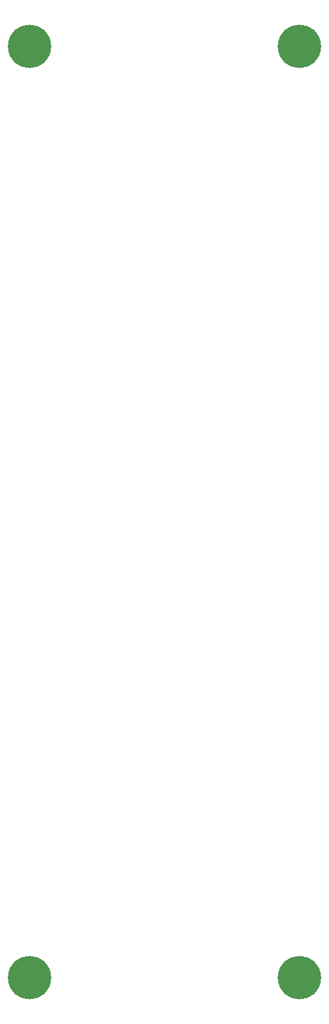
<source format=gbs>
G04 #@! TF.GenerationSoftware,KiCad,Pcbnew,6.0.5+dfsg-1~bpo11+1*
G04 #@! TF.CreationDate,2022-10-14T00:14:09+00:00*
G04 #@! TF.ProjectId,SSI2140_Phase_Shifter_front_panel,53534932-3134-4305-9f50-686173655f53,0*
G04 #@! TF.SameCoordinates,Original*
G04 #@! TF.FileFunction,Soldermask,Bot*
G04 #@! TF.FilePolarity,Negative*
%FSLAX46Y46*%
G04 Gerber Fmt 4.6, Leading zero omitted, Abs format (unit mm)*
G04 Created by KiCad (PCBNEW 6.0.5+dfsg-1~bpo11+1) date 2022-10-14 00:14:09*
%MOMM*%
%LPD*%
G01*
G04 APERTURE LIST*
%ADD10C,5.702000*%
G04 APERTURE END LIST*
D10*
X126305000Y-32705000D03*
X161865000Y-32705000D03*
X161865000Y-155205000D03*
X126305000Y-155205000D03*
M02*

</source>
